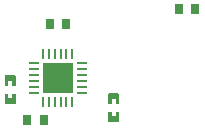
<source format=gbp>
G04 Layer: BottomPasteMaskLayer*
G04 EasyEDA Pro v2.2.40.8, 2025-08-03 21:23:04*
G04 Gerber Generator version 0.3*
G04 Scale: 100 percent, Rotated: No, Reflected: No*
G04 Dimensions in millimeters*
G04 Leading zeros omitted, absolute positions, 4 integers and 5 decimals*
G04 Generated by one-click*
%FSLAX45Y45*%
%MOMM*%
%ADD10R,0.8X0.9*%
%ADD11R,0.25001X0.84999*%
%ADD12R,0.84999X0.25001*%
%ADD13R,2.49999X2.49999*%
%ADD14C,0.0369*%
G75*


G04 PolygonModel Start*
G36*
G01X1162599Y3866002D02*
G01X1162599Y3786002D01*
G01X1157597Y3781001D01*
G01X1134801Y3781001D01*
G01X1134801Y3818001D01*
G01X1101801Y3818001D01*
G01X1101801Y3781001D01*
G01X1077598Y3781001D01*
G01X1072599Y3786002D01*
G01X1072599Y3866002D01*
G01X1077598Y3871001D01*
G01X1157597Y3871001D01*
G01X1162599Y3866002D01*
G37*
G36*
G01X1072601Y3626998D02*
G01X1072601Y3706998D01*
G01X1077603Y3711999D01*
G01X1100399Y3711999D01*
G01X1100399Y3674999D01*
G01X1133399Y3674999D01*
G01X1133399Y3711999D01*
G01X1157602Y3711999D01*
G01X1162601Y3706998D01*
G01X1162601Y3626998D01*
G01X1157602Y3621999D01*
G01X1077603Y3621999D01*
G01X1072601Y3626998D01*
G37*
G36*
G01X286299Y4018402D02*
G01X286299Y3938402D01*
G01X281297Y3933401D01*
G01X258501Y3933401D01*
G01X258501Y3970401D01*
G01X225501Y3970401D01*
G01X225501Y3933401D01*
G01X201298Y3933401D01*
G01X196299Y3938402D01*
G01X196299Y4018402D01*
G01X201298Y4023401D01*
G01X281297Y4023401D01*
G01X286299Y4018402D01*
G37*
G36*
G01X196301Y3779398D02*
G01X196301Y3859398D01*
G01X201303Y3864399D01*
G01X224099Y3864399D01*
G01X224099Y3827399D01*
G01X257099Y3827399D01*
G01X257099Y3864399D01*
G01X281302Y3864399D01*
G01X286301Y3859398D01*
G01X286301Y3779398D01*
G01X281302Y3774399D01*
G01X201303Y3774399D01*
G01X196301Y3779398D01*
G37*

G04 Pad Start*
G54D10*
G01X527202Y3644900D03*
G01X387198Y3644900D03*
G01X717702Y4457700D03*
G01X577698Y4457700D03*
G01X1669898Y4584700D03*
G01X1809902Y4584700D03*
G54D11*
G01X767452Y3795370D03*
G01X717384Y3795370D03*
G01X667346Y3795370D03*
G01X617308Y3795370D03*
G01X567524Y3795370D03*
G01X517486Y3795370D03*
G54D12*
G01X440468Y3872481D03*
G01X440468Y3922225D03*
G01X440468Y3972263D03*
G01X440468Y4022301D03*
G01X440468Y4072339D03*
G01X440468Y4122377D03*
G54D11*
G01X517455Y4200368D03*
G01X567524Y4200368D03*
G01X617308Y4200368D03*
G01X667346Y4200368D03*
G01X717384Y4200368D03*
G01X767422Y4200368D03*
G54D12*
G01X845466Y4122377D03*
G01X845466Y4072339D03*
G01X845466Y4022301D03*
G01X845466Y3972263D03*
G01X845466Y3922225D03*
G01X845466Y3872481D03*
G54D13*
G01X642962Y3997917D03*
G04 Pad End*

M02*


</source>
